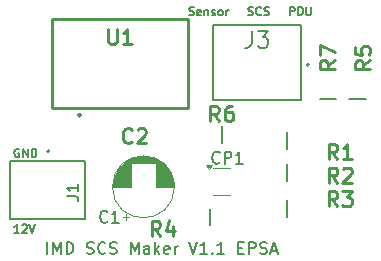
<source format=gbr>
%TF.GenerationSoftware,KiCad,Pcbnew,8.0.2*%
%TF.CreationDate,2024-09-03T17:10:45+02:00*%
%TF.ProjectId,IMD SCS Maker,494d4420-5343-4532-904d-616b65722e6b,rev?*%
%TF.SameCoordinates,Original*%
%TF.FileFunction,Legend,Top*%
%TF.FilePolarity,Positive*%
%FSLAX46Y46*%
G04 Gerber Fmt 4.6, Leading zero omitted, Abs format (unit mm)*
G04 Created by KiCad (PCBNEW 8.0.2) date 2024-09-03 17:10:45*
%MOMM*%
%LPD*%
G01*
G04 APERTURE LIST*
%ADD10C,0.175000*%
%ADD11C,0.150000*%
%ADD12C,0.254000*%
%ADD13C,0.127000*%
%ADD14C,0.200000*%
%ADD15C,0.120000*%
G04 APERTURE END LIST*
D10*
X64848464Y-52238566D02*
X64781797Y-52205233D01*
X64781797Y-52205233D02*
X64681797Y-52205233D01*
X64681797Y-52205233D02*
X64581797Y-52238566D01*
X64581797Y-52238566D02*
X64515131Y-52305233D01*
X64515131Y-52305233D02*
X64481797Y-52371900D01*
X64481797Y-52371900D02*
X64448464Y-52505233D01*
X64448464Y-52505233D02*
X64448464Y-52605233D01*
X64448464Y-52605233D02*
X64481797Y-52738566D01*
X64481797Y-52738566D02*
X64515131Y-52805233D01*
X64515131Y-52805233D02*
X64581797Y-52871900D01*
X64581797Y-52871900D02*
X64681797Y-52905233D01*
X64681797Y-52905233D02*
X64748464Y-52905233D01*
X64748464Y-52905233D02*
X64848464Y-52871900D01*
X64848464Y-52871900D02*
X64881797Y-52838566D01*
X64881797Y-52838566D02*
X64881797Y-52605233D01*
X64881797Y-52605233D02*
X64748464Y-52605233D01*
X65181797Y-52905233D02*
X65181797Y-52205233D01*
X65181797Y-52205233D02*
X65581797Y-52905233D01*
X65581797Y-52905233D02*
X65581797Y-52205233D01*
X65915130Y-52905233D02*
X65915130Y-52205233D01*
X65915130Y-52205233D02*
X66081797Y-52205233D01*
X66081797Y-52205233D02*
X66181797Y-52238566D01*
X66181797Y-52238566D02*
X66248464Y-52305233D01*
X66248464Y-52305233D02*
X66281797Y-52371900D01*
X66281797Y-52371900D02*
X66315130Y-52505233D01*
X66315130Y-52505233D02*
X66315130Y-52605233D01*
X66315130Y-52605233D02*
X66281797Y-52738566D01*
X66281797Y-52738566D02*
X66248464Y-52805233D01*
X66248464Y-52805233D02*
X66181797Y-52871900D01*
X66181797Y-52871900D02*
X66081797Y-52905233D01*
X66081797Y-52905233D02*
X65915130Y-52905233D01*
D11*
X67256251Y-61107297D02*
X67256251Y-60107297D01*
X67732441Y-61107297D02*
X67732441Y-60107297D01*
X67732441Y-60107297D02*
X68065774Y-60821582D01*
X68065774Y-60821582D02*
X68399107Y-60107297D01*
X68399107Y-60107297D02*
X68399107Y-61107297D01*
X68875298Y-61107297D02*
X68875298Y-60107297D01*
X68875298Y-60107297D02*
X69113393Y-60107297D01*
X69113393Y-60107297D02*
X69256250Y-60154916D01*
X69256250Y-60154916D02*
X69351488Y-60250154D01*
X69351488Y-60250154D02*
X69399107Y-60345392D01*
X69399107Y-60345392D02*
X69446726Y-60535868D01*
X69446726Y-60535868D02*
X69446726Y-60678725D01*
X69446726Y-60678725D02*
X69399107Y-60869201D01*
X69399107Y-60869201D02*
X69351488Y-60964439D01*
X69351488Y-60964439D02*
X69256250Y-61059678D01*
X69256250Y-61059678D02*
X69113393Y-61107297D01*
X69113393Y-61107297D02*
X68875298Y-61107297D01*
X70589584Y-61059678D02*
X70732441Y-61107297D01*
X70732441Y-61107297D02*
X70970536Y-61107297D01*
X70970536Y-61107297D02*
X71065774Y-61059678D01*
X71065774Y-61059678D02*
X71113393Y-61012058D01*
X71113393Y-61012058D02*
X71161012Y-60916820D01*
X71161012Y-60916820D02*
X71161012Y-60821582D01*
X71161012Y-60821582D02*
X71113393Y-60726344D01*
X71113393Y-60726344D02*
X71065774Y-60678725D01*
X71065774Y-60678725D02*
X70970536Y-60631106D01*
X70970536Y-60631106D02*
X70780060Y-60583487D01*
X70780060Y-60583487D02*
X70684822Y-60535868D01*
X70684822Y-60535868D02*
X70637203Y-60488249D01*
X70637203Y-60488249D02*
X70589584Y-60393011D01*
X70589584Y-60393011D02*
X70589584Y-60297773D01*
X70589584Y-60297773D02*
X70637203Y-60202535D01*
X70637203Y-60202535D02*
X70684822Y-60154916D01*
X70684822Y-60154916D02*
X70780060Y-60107297D01*
X70780060Y-60107297D02*
X71018155Y-60107297D01*
X71018155Y-60107297D02*
X71161012Y-60154916D01*
X72161012Y-61012058D02*
X72113393Y-61059678D01*
X72113393Y-61059678D02*
X71970536Y-61107297D01*
X71970536Y-61107297D02*
X71875298Y-61107297D01*
X71875298Y-61107297D02*
X71732441Y-61059678D01*
X71732441Y-61059678D02*
X71637203Y-60964439D01*
X71637203Y-60964439D02*
X71589584Y-60869201D01*
X71589584Y-60869201D02*
X71541965Y-60678725D01*
X71541965Y-60678725D02*
X71541965Y-60535868D01*
X71541965Y-60535868D02*
X71589584Y-60345392D01*
X71589584Y-60345392D02*
X71637203Y-60250154D01*
X71637203Y-60250154D02*
X71732441Y-60154916D01*
X71732441Y-60154916D02*
X71875298Y-60107297D01*
X71875298Y-60107297D02*
X71970536Y-60107297D01*
X71970536Y-60107297D02*
X72113393Y-60154916D01*
X72113393Y-60154916D02*
X72161012Y-60202535D01*
X72541965Y-61059678D02*
X72684822Y-61107297D01*
X72684822Y-61107297D02*
X72922917Y-61107297D01*
X72922917Y-61107297D02*
X73018155Y-61059678D01*
X73018155Y-61059678D02*
X73065774Y-61012058D01*
X73065774Y-61012058D02*
X73113393Y-60916820D01*
X73113393Y-60916820D02*
X73113393Y-60821582D01*
X73113393Y-60821582D02*
X73065774Y-60726344D01*
X73065774Y-60726344D02*
X73018155Y-60678725D01*
X73018155Y-60678725D02*
X72922917Y-60631106D01*
X72922917Y-60631106D02*
X72732441Y-60583487D01*
X72732441Y-60583487D02*
X72637203Y-60535868D01*
X72637203Y-60535868D02*
X72589584Y-60488249D01*
X72589584Y-60488249D02*
X72541965Y-60393011D01*
X72541965Y-60393011D02*
X72541965Y-60297773D01*
X72541965Y-60297773D02*
X72589584Y-60202535D01*
X72589584Y-60202535D02*
X72637203Y-60154916D01*
X72637203Y-60154916D02*
X72732441Y-60107297D01*
X72732441Y-60107297D02*
X72970536Y-60107297D01*
X72970536Y-60107297D02*
X73113393Y-60154916D01*
X74303870Y-61107297D02*
X74303870Y-60107297D01*
X74303870Y-60107297D02*
X74637203Y-60821582D01*
X74637203Y-60821582D02*
X74970536Y-60107297D01*
X74970536Y-60107297D02*
X74970536Y-61107297D01*
X75875298Y-61107297D02*
X75875298Y-60583487D01*
X75875298Y-60583487D02*
X75827679Y-60488249D01*
X75827679Y-60488249D02*
X75732441Y-60440630D01*
X75732441Y-60440630D02*
X75541965Y-60440630D01*
X75541965Y-60440630D02*
X75446727Y-60488249D01*
X75875298Y-61059678D02*
X75780060Y-61107297D01*
X75780060Y-61107297D02*
X75541965Y-61107297D01*
X75541965Y-61107297D02*
X75446727Y-61059678D01*
X75446727Y-61059678D02*
X75399108Y-60964439D01*
X75399108Y-60964439D02*
X75399108Y-60869201D01*
X75399108Y-60869201D02*
X75446727Y-60773963D01*
X75446727Y-60773963D02*
X75541965Y-60726344D01*
X75541965Y-60726344D02*
X75780060Y-60726344D01*
X75780060Y-60726344D02*
X75875298Y-60678725D01*
X76351489Y-61107297D02*
X76351489Y-60107297D01*
X76446727Y-60726344D02*
X76732441Y-61107297D01*
X76732441Y-60440630D02*
X76351489Y-60821582D01*
X77541965Y-61059678D02*
X77446727Y-61107297D01*
X77446727Y-61107297D02*
X77256251Y-61107297D01*
X77256251Y-61107297D02*
X77161013Y-61059678D01*
X77161013Y-61059678D02*
X77113394Y-60964439D01*
X77113394Y-60964439D02*
X77113394Y-60583487D01*
X77113394Y-60583487D02*
X77161013Y-60488249D01*
X77161013Y-60488249D02*
X77256251Y-60440630D01*
X77256251Y-60440630D02*
X77446727Y-60440630D01*
X77446727Y-60440630D02*
X77541965Y-60488249D01*
X77541965Y-60488249D02*
X77589584Y-60583487D01*
X77589584Y-60583487D02*
X77589584Y-60678725D01*
X77589584Y-60678725D02*
X77113394Y-60773963D01*
X78018156Y-61107297D02*
X78018156Y-60440630D01*
X78018156Y-60631106D02*
X78065775Y-60535868D01*
X78065775Y-60535868D02*
X78113394Y-60488249D01*
X78113394Y-60488249D02*
X78208632Y-60440630D01*
X78208632Y-60440630D02*
X78303870Y-60440630D01*
X79256252Y-60107297D02*
X79589585Y-61107297D01*
X79589585Y-61107297D02*
X79922918Y-60107297D01*
X80780061Y-61107297D02*
X80208633Y-61107297D01*
X80494347Y-61107297D02*
X80494347Y-60107297D01*
X80494347Y-60107297D02*
X80399109Y-60250154D01*
X80399109Y-60250154D02*
X80303871Y-60345392D01*
X80303871Y-60345392D02*
X80208633Y-60393011D01*
X81208633Y-61012058D02*
X81256252Y-61059678D01*
X81256252Y-61059678D02*
X81208633Y-61107297D01*
X81208633Y-61107297D02*
X81161014Y-61059678D01*
X81161014Y-61059678D02*
X81208633Y-61012058D01*
X81208633Y-61012058D02*
X81208633Y-61107297D01*
X82208632Y-61107297D02*
X81637204Y-61107297D01*
X81922918Y-61107297D02*
X81922918Y-60107297D01*
X81922918Y-60107297D02*
X81827680Y-60250154D01*
X81827680Y-60250154D02*
X81732442Y-60345392D01*
X81732442Y-60345392D02*
X81637204Y-60393011D01*
X83399109Y-60583487D02*
X83732442Y-60583487D01*
X83875299Y-61107297D02*
X83399109Y-61107297D01*
X83399109Y-61107297D02*
X83399109Y-60107297D01*
X83399109Y-60107297D02*
X83875299Y-60107297D01*
X84303871Y-61107297D02*
X84303871Y-60107297D01*
X84303871Y-60107297D02*
X84684823Y-60107297D01*
X84684823Y-60107297D02*
X84780061Y-60154916D01*
X84780061Y-60154916D02*
X84827680Y-60202535D01*
X84827680Y-60202535D02*
X84875299Y-60297773D01*
X84875299Y-60297773D02*
X84875299Y-60440630D01*
X84875299Y-60440630D02*
X84827680Y-60535868D01*
X84827680Y-60535868D02*
X84780061Y-60583487D01*
X84780061Y-60583487D02*
X84684823Y-60631106D01*
X84684823Y-60631106D02*
X84303871Y-60631106D01*
X85256252Y-61059678D02*
X85399109Y-61107297D01*
X85399109Y-61107297D02*
X85637204Y-61107297D01*
X85637204Y-61107297D02*
X85732442Y-61059678D01*
X85732442Y-61059678D02*
X85780061Y-61012058D01*
X85780061Y-61012058D02*
X85827680Y-60916820D01*
X85827680Y-60916820D02*
X85827680Y-60821582D01*
X85827680Y-60821582D02*
X85780061Y-60726344D01*
X85780061Y-60726344D02*
X85732442Y-60678725D01*
X85732442Y-60678725D02*
X85637204Y-60631106D01*
X85637204Y-60631106D02*
X85446728Y-60583487D01*
X85446728Y-60583487D02*
X85351490Y-60535868D01*
X85351490Y-60535868D02*
X85303871Y-60488249D01*
X85303871Y-60488249D02*
X85256252Y-60393011D01*
X85256252Y-60393011D02*
X85256252Y-60297773D01*
X85256252Y-60297773D02*
X85303871Y-60202535D01*
X85303871Y-60202535D02*
X85351490Y-60154916D01*
X85351490Y-60154916D02*
X85446728Y-60107297D01*
X85446728Y-60107297D02*
X85684823Y-60107297D01*
X85684823Y-60107297D02*
X85827680Y-60154916D01*
X86208633Y-60821582D02*
X86684823Y-60821582D01*
X86113395Y-61107297D02*
X86446728Y-60107297D01*
X86446728Y-60107297D02*
X86780061Y-61107297D01*
D10*
X87781797Y-40905233D02*
X87781797Y-40205233D01*
X87781797Y-40205233D02*
X88048464Y-40205233D01*
X88048464Y-40205233D02*
X88115131Y-40238566D01*
X88115131Y-40238566D02*
X88148464Y-40271900D01*
X88148464Y-40271900D02*
X88181797Y-40338566D01*
X88181797Y-40338566D02*
X88181797Y-40438566D01*
X88181797Y-40438566D02*
X88148464Y-40505233D01*
X88148464Y-40505233D02*
X88115131Y-40538566D01*
X88115131Y-40538566D02*
X88048464Y-40571900D01*
X88048464Y-40571900D02*
X87781797Y-40571900D01*
X88481797Y-40905233D02*
X88481797Y-40205233D01*
X88481797Y-40205233D02*
X88648464Y-40205233D01*
X88648464Y-40205233D02*
X88748464Y-40238566D01*
X88748464Y-40238566D02*
X88815131Y-40305233D01*
X88815131Y-40305233D02*
X88848464Y-40371900D01*
X88848464Y-40371900D02*
X88881797Y-40505233D01*
X88881797Y-40505233D02*
X88881797Y-40605233D01*
X88881797Y-40605233D02*
X88848464Y-40738566D01*
X88848464Y-40738566D02*
X88815131Y-40805233D01*
X88815131Y-40805233D02*
X88748464Y-40871900D01*
X88748464Y-40871900D02*
X88648464Y-40905233D01*
X88648464Y-40905233D02*
X88481797Y-40905233D01*
X89181797Y-40205233D02*
X89181797Y-40771900D01*
X89181797Y-40771900D02*
X89215131Y-40838566D01*
X89215131Y-40838566D02*
X89248464Y-40871900D01*
X89248464Y-40871900D02*
X89315131Y-40905233D01*
X89315131Y-40905233D02*
X89448464Y-40905233D01*
X89448464Y-40905233D02*
X89515131Y-40871900D01*
X89515131Y-40871900D02*
X89548464Y-40838566D01*
X89548464Y-40838566D02*
X89581797Y-40771900D01*
X89581797Y-40771900D02*
X89581797Y-40205233D01*
X79248464Y-40871900D02*
X79348464Y-40905233D01*
X79348464Y-40905233D02*
X79515131Y-40905233D01*
X79515131Y-40905233D02*
X79581797Y-40871900D01*
X79581797Y-40871900D02*
X79615131Y-40838566D01*
X79615131Y-40838566D02*
X79648464Y-40771900D01*
X79648464Y-40771900D02*
X79648464Y-40705233D01*
X79648464Y-40705233D02*
X79615131Y-40638566D01*
X79615131Y-40638566D02*
X79581797Y-40605233D01*
X79581797Y-40605233D02*
X79515131Y-40571900D01*
X79515131Y-40571900D02*
X79381797Y-40538566D01*
X79381797Y-40538566D02*
X79315131Y-40505233D01*
X79315131Y-40505233D02*
X79281797Y-40471900D01*
X79281797Y-40471900D02*
X79248464Y-40405233D01*
X79248464Y-40405233D02*
X79248464Y-40338566D01*
X79248464Y-40338566D02*
X79281797Y-40271900D01*
X79281797Y-40271900D02*
X79315131Y-40238566D01*
X79315131Y-40238566D02*
X79381797Y-40205233D01*
X79381797Y-40205233D02*
X79548464Y-40205233D01*
X79548464Y-40205233D02*
X79648464Y-40238566D01*
X80215131Y-40871900D02*
X80148464Y-40905233D01*
X80148464Y-40905233D02*
X80015131Y-40905233D01*
X80015131Y-40905233D02*
X79948464Y-40871900D01*
X79948464Y-40871900D02*
X79915131Y-40805233D01*
X79915131Y-40805233D02*
X79915131Y-40538566D01*
X79915131Y-40538566D02*
X79948464Y-40471900D01*
X79948464Y-40471900D02*
X80015131Y-40438566D01*
X80015131Y-40438566D02*
X80148464Y-40438566D01*
X80148464Y-40438566D02*
X80215131Y-40471900D01*
X80215131Y-40471900D02*
X80248464Y-40538566D01*
X80248464Y-40538566D02*
X80248464Y-40605233D01*
X80248464Y-40605233D02*
X79915131Y-40671900D01*
X80548464Y-40438566D02*
X80548464Y-40905233D01*
X80548464Y-40505233D02*
X80581798Y-40471900D01*
X80581798Y-40471900D02*
X80648464Y-40438566D01*
X80648464Y-40438566D02*
X80748464Y-40438566D01*
X80748464Y-40438566D02*
X80815131Y-40471900D01*
X80815131Y-40471900D02*
X80848464Y-40538566D01*
X80848464Y-40538566D02*
X80848464Y-40905233D01*
X81148464Y-40871900D02*
X81215131Y-40905233D01*
X81215131Y-40905233D02*
X81348464Y-40905233D01*
X81348464Y-40905233D02*
X81415131Y-40871900D01*
X81415131Y-40871900D02*
X81448464Y-40805233D01*
X81448464Y-40805233D02*
X81448464Y-40771900D01*
X81448464Y-40771900D02*
X81415131Y-40705233D01*
X81415131Y-40705233D02*
X81348464Y-40671900D01*
X81348464Y-40671900D02*
X81248464Y-40671900D01*
X81248464Y-40671900D02*
X81181797Y-40638566D01*
X81181797Y-40638566D02*
X81148464Y-40571900D01*
X81148464Y-40571900D02*
X81148464Y-40538566D01*
X81148464Y-40538566D02*
X81181797Y-40471900D01*
X81181797Y-40471900D02*
X81248464Y-40438566D01*
X81248464Y-40438566D02*
X81348464Y-40438566D01*
X81348464Y-40438566D02*
X81415131Y-40471900D01*
X81848464Y-40905233D02*
X81781798Y-40871900D01*
X81781798Y-40871900D02*
X81748464Y-40838566D01*
X81748464Y-40838566D02*
X81715131Y-40771900D01*
X81715131Y-40771900D02*
X81715131Y-40571900D01*
X81715131Y-40571900D02*
X81748464Y-40505233D01*
X81748464Y-40505233D02*
X81781798Y-40471900D01*
X81781798Y-40471900D02*
X81848464Y-40438566D01*
X81848464Y-40438566D02*
X81948464Y-40438566D01*
X81948464Y-40438566D02*
X82015131Y-40471900D01*
X82015131Y-40471900D02*
X82048464Y-40505233D01*
X82048464Y-40505233D02*
X82081798Y-40571900D01*
X82081798Y-40571900D02*
X82081798Y-40771900D01*
X82081798Y-40771900D02*
X82048464Y-40838566D01*
X82048464Y-40838566D02*
X82015131Y-40871900D01*
X82015131Y-40871900D02*
X81948464Y-40905233D01*
X81948464Y-40905233D02*
X81848464Y-40905233D01*
X82381797Y-40905233D02*
X82381797Y-40438566D01*
X82381797Y-40571900D02*
X82415131Y-40505233D01*
X82415131Y-40505233D02*
X82448464Y-40471900D01*
X82448464Y-40471900D02*
X82515131Y-40438566D01*
X82515131Y-40438566D02*
X82581797Y-40438566D01*
X84248464Y-40871900D02*
X84348464Y-40905233D01*
X84348464Y-40905233D02*
X84515131Y-40905233D01*
X84515131Y-40905233D02*
X84581797Y-40871900D01*
X84581797Y-40871900D02*
X84615131Y-40838566D01*
X84615131Y-40838566D02*
X84648464Y-40771900D01*
X84648464Y-40771900D02*
X84648464Y-40705233D01*
X84648464Y-40705233D02*
X84615131Y-40638566D01*
X84615131Y-40638566D02*
X84581797Y-40605233D01*
X84581797Y-40605233D02*
X84515131Y-40571900D01*
X84515131Y-40571900D02*
X84381797Y-40538566D01*
X84381797Y-40538566D02*
X84315131Y-40505233D01*
X84315131Y-40505233D02*
X84281797Y-40471900D01*
X84281797Y-40471900D02*
X84248464Y-40405233D01*
X84248464Y-40405233D02*
X84248464Y-40338566D01*
X84248464Y-40338566D02*
X84281797Y-40271900D01*
X84281797Y-40271900D02*
X84315131Y-40238566D01*
X84315131Y-40238566D02*
X84381797Y-40205233D01*
X84381797Y-40205233D02*
X84548464Y-40205233D01*
X84548464Y-40205233D02*
X84648464Y-40238566D01*
X85348464Y-40838566D02*
X85315131Y-40871900D01*
X85315131Y-40871900D02*
X85215131Y-40905233D01*
X85215131Y-40905233D02*
X85148464Y-40905233D01*
X85148464Y-40905233D02*
X85048464Y-40871900D01*
X85048464Y-40871900D02*
X84981798Y-40805233D01*
X84981798Y-40805233D02*
X84948464Y-40738566D01*
X84948464Y-40738566D02*
X84915131Y-40605233D01*
X84915131Y-40605233D02*
X84915131Y-40505233D01*
X84915131Y-40505233D02*
X84948464Y-40371900D01*
X84948464Y-40371900D02*
X84981798Y-40305233D01*
X84981798Y-40305233D02*
X85048464Y-40238566D01*
X85048464Y-40238566D02*
X85148464Y-40205233D01*
X85148464Y-40205233D02*
X85215131Y-40205233D01*
X85215131Y-40205233D02*
X85315131Y-40238566D01*
X85315131Y-40238566D02*
X85348464Y-40271900D01*
X85615131Y-40871900D02*
X85715131Y-40905233D01*
X85715131Y-40905233D02*
X85881798Y-40905233D01*
X85881798Y-40905233D02*
X85948464Y-40871900D01*
X85948464Y-40871900D02*
X85981798Y-40838566D01*
X85981798Y-40838566D02*
X86015131Y-40771900D01*
X86015131Y-40771900D02*
X86015131Y-40705233D01*
X86015131Y-40705233D02*
X85981798Y-40638566D01*
X85981798Y-40638566D02*
X85948464Y-40605233D01*
X85948464Y-40605233D02*
X85881798Y-40571900D01*
X85881798Y-40571900D02*
X85748464Y-40538566D01*
X85748464Y-40538566D02*
X85681798Y-40505233D01*
X85681798Y-40505233D02*
X85648464Y-40471900D01*
X85648464Y-40471900D02*
X85615131Y-40405233D01*
X85615131Y-40405233D02*
X85615131Y-40338566D01*
X85615131Y-40338566D02*
X85648464Y-40271900D01*
X85648464Y-40271900D02*
X85681798Y-40238566D01*
X85681798Y-40238566D02*
X85748464Y-40205233D01*
X85748464Y-40205233D02*
X85915131Y-40205233D01*
X85915131Y-40205233D02*
X86015131Y-40238566D01*
X64848464Y-59305233D02*
X64448464Y-59305233D01*
X64648464Y-59305233D02*
X64648464Y-58605233D01*
X64648464Y-58605233D02*
X64581797Y-58705233D01*
X64581797Y-58705233D02*
X64515131Y-58771900D01*
X64515131Y-58771900D02*
X64448464Y-58805233D01*
X65115131Y-58671900D02*
X65148464Y-58638566D01*
X65148464Y-58638566D02*
X65215131Y-58605233D01*
X65215131Y-58605233D02*
X65381798Y-58605233D01*
X65381798Y-58605233D02*
X65448464Y-58638566D01*
X65448464Y-58638566D02*
X65481798Y-58671900D01*
X65481798Y-58671900D02*
X65515131Y-58738566D01*
X65515131Y-58738566D02*
X65515131Y-58805233D01*
X65515131Y-58805233D02*
X65481798Y-58905233D01*
X65481798Y-58905233D02*
X65081798Y-59305233D01*
X65081798Y-59305233D02*
X65515131Y-59305233D01*
X65715131Y-58605233D02*
X65948465Y-59305233D01*
X65948465Y-59305233D02*
X66181798Y-58605233D01*
D12*
X72376880Y-42076318D02*
X72376880Y-43104413D01*
X72376880Y-43104413D02*
X72437357Y-43225365D01*
X72437357Y-43225365D02*
X72497833Y-43285842D01*
X72497833Y-43285842D02*
X72618785Y-43346318D01*
X72618785Y-43346318D02*
X72860690Y-43346318D01*
X72860690Y-43346318D02*
X72981642Y-43285842D01*
X72981642Y-43285842D02*
X73042119Y-43225365D01*
X73042119Y-43225365D02*
X73102595Y-43104413D01*
X73102595Y-43104413D02*
X73102595Y-42076318D01*
X74372595Y-43346318D02*
X73646880Y-43346318D01*
X74009737Y-43346318D02*
X74009737Y-42076318D01*
X74009737Y-42076318D02*
X73888785Y-42257746D01*
X73888785Y-42257746D02*
X73767833Y-42378699D01*
X73767833Y-42378699D02*
X73646880Y-42439175D01*
D11*
X84533333Y-42239866D02*
X84533333Y-43239866D01*
X84533333Y-43239866D02*
X84466666Y-43439866D01*
X84466666Y-43439866D02*
X84333333Y-43573200D01*
X84333333Y-43573200D02*
X84133333Y-43639866D01*
X84133333Y-43639866D02*
X84000000Y-43639866D01*
X85066667Y-42239866D02*
X85933333Y-42239866D01*
X85933333Y-42239866D02*
X85466667Y-42773200D01*
X85466667Y-42773200D02*
X85666667Y-42773200D01*
X85666667Y-42773200D02*
X85800000Y-42839866D01*
X85800000Y-42839866D02*
X85866667Y-42906533D01*
X85866667Y-42906533D02*
X85933333Y-43039866D01*
X85933333Y-43039866D02*
X85933333Y-43373200D01*
X85933333Y-43373200D02*
X85866667Y-43506533D01*
X85866667Y-43506533D02*
X85800000Y-43573200D01*
X85800000Y-43573200D02*
X85666667Y-43639866D01*
X85666667Y-43639866D02*
X85266667Y-43639866D01*
X85266667Y-43639866D02*
X85133333Y-43573200D01*
X85133333Y-43573200D02*
X85066667Y-43506533D01*
D12*
X94574318Y-44711666D02*
X93969556Y-45135000D01*
X94574318Y-45437381D02*
X93304318Y-45437381D01*
X93304318Y-45437381D02*
X93304318Y-44953571D01*
X93304318Y-44953571D02*
X93364794Y-44832619D01*
X93364794Y-44832619D02*
X93425270Y-44772142D01*
X93425270Y-44772142D02*
X93546222Y-44711666D01*
X93546222Y-44711666D02*
X93727651Y-44711666D01*
X93727651Y-44711666D02*
X93848603Y-44772142D01*
X93848603Y-44772142D02*
X93909080Y-44832619D01*
X93909080Y-44832619D02*
X93969556Y-44953571D01*
X93969556Y-44953571D02*
X93969556Y-45437381D01*
X93304318Y-43562619D02*
X93304318Y-44167381D01*
X93304318Y-44167381D02*
X93909080Y-44227857D01*
X93909080Y-44227857D02*
X93848603Y-44167381D01*
X93848603Y-44167381D02*
X93788127Y-44046428D01*
X93788127Y-44046428D02*
X93788127Y-43744047D01*
X93788127Y-43744047D02*
X93848603Y-43623095D01*
X93848603Y-43623095D02*
X93909080Y-43562619D01*
X93909080Y-43562619D02*
X94030032Y-43502142D01*
X94030032Y-43502142D02*
X94332413Y-43502142D01*
X94332413Y-43502142D02*
X94453365Y-43562619D01*
X94453365Y-43562619D02*
X94513842Y-43623095D01*
X94513842Y-43623095D02*
X94574318Y-43744047D01*
X94574318Y-43744047D02*
X94574318Y-44046428D01*
X94574318Y-44046428D02*
X94513842Y-44167381D01*
X94513842Y-44167381D02*
X94453365Y-44227857D01*
D11*
X68871319Y-56221333D02*
X69585604Y-56221333D01*
X69585604Y-56221333D02*
X69728461Y-56268952D01*
X69728461Y-56268952D02*
X69823700Y-56364190D01*
X69823700Y-56364190D02*
X69871319Y-56507047D01*
X69871319Y-56507047D02*
X69871319Y-56602285D01*
X69871319Y-55221333D02*
X69871319Y-55792761D01*
X69871319Y-55507047D02*
X68871319Y-55507047D01*
X68871319Y-55507047D02*
X69014176Y-55602285D01*
X69014176Y-55602285D02*
X69109414Y-55697523D01*
X69109414Y-55697523D02*
X69157033Y-55792761D01*
D12*
X91788333Y-57074318D02*
X91364999Y-56469556D01*
X91062618Y-57074318D02*
X91062618Y-55804318D01*
X91062618Y-55804318D02*
X91546428Y-55804318D01*
X91546428Y-55804318D02*
X91667380Y-55864794D01*
X91667380Y-55864794D02*
X91727857Y-55925270D01*
X91727857Y-55925270D02*
X91788333Y-56046222D01*
X91788333Y-56046222D02*
X91788333Y-56227651D01*
X91788333Y-56227651D02*
X91727857Y-56348603D01*
X91727857Y-56348603D02*
X91667380Y-56409080D01*
X91667380Y-56409080D02*
X91546428Y-56469556D01*
X91546428Y-56469556D02*
X91062618Y-56469556D01*
X92211666Y-55804318D02*
X92997857Y-55804318D01*
X92997857Y-55804318D02*
X92574523Y-56288127D01*
X92574523Y-56288127D02*
X92755952Y-56288127D01*
X92755952Y-56288127D02*
X92876904Y-56348603D01*
X92876904Y-56348603D02*
X92937380Y-56409080D01*
X92937380Y-56409080D02*
X92997857Y-56530032D01*
X92997857Y-56530032D02*
X92997857Y-56832413D01*
X92997857Y-56832413D02*
X92937380Y-56953365D01*
X92937380Y-56953365D02*
X92876904Y-57013842D01*
X92876904Y-57013842D02*
X92755952Y-57074318D01*
X92755952Y-57074318D02*
X92393095Y-57074318D01*
X92393095Y-57074318D02*
X92272142Y-57013842D01*
X92272142Y-57013842D02*
X92211666Y-56953365D01*
X76788333Y-59574318D02*
X76364999Y-58969556D01*
X76062618Y-59574318D02*
X76062618Y-58304318D01*
X76062618Y-58304318D02*
X76546428Y-58304318D01*
X76546428Y-58304318D02*
X76667380Y-58364794D01*
X76667380Y-58364794D02*
X76727857Y-58425270D01*
X76727857Y-58425270D02*
X76788333Y-58546222D01*
X76788333Y-58546222D02*
X76788333Y-58727651D01*
X76788333Y-58727651D02*
X76727857Y-58848603D01*
X76727857Y-58848603D02*
X76667380Y-58909080D01*
X76667380Y-58909080D02*
X76546428Y-58969556D01*
X76546428Y-58969556D02*
X76062618Y-58969556D01*
X77876904Y-58727651D02*
X77876904Y-59574318D01*
X77574523Y-58243842D02*
X77272142Y-59150984D01*
X77272142Y-59150984D02*
X78058333Y-59150984D01*
X91788333Y-53074318D02*
X91364999Y-52469556D01*
X91062618Y-53074318D02*
X91062618Y-51804318D01*
X91062618Y-51804318D02*
X91546428Y-51804318D01*
X91546428Y-51804318D02*
X91667380Y-51864794D01*
X91667380Y-51864794D02*
X91727857Y-51925270D01*
X91727857Y-51925270D02*
X91788333Y-52046222D01*
X91788333Y-52046222D02*
X91788333Y-52227651D01*
X91788333Y-52227651D02*
X91727857Y-52348603D01*
X91727857Y-52348603D02*
X91667380Y-52409080D01*
X91667380Y-52409080D02*
X91546428Y-52469556D01*
X91546428Y-52469556D02*
X91062618Y-52469556D01*
X92997857Y-53074318D02*
X92272142Y-53074318D01*
X92634999Y-53074318D02*
X92634999Y-51804318D01*
X92634999Y-51804318D02*
X92514047Y-51985746D01*
X92514047Y-51985746D02*
X92393095Y-52106699D01*
X92393095Y-52106699D02*
X92272142Y-52167175D01*
D11*
X81833333Y-53359580D02*
X81785714Y-53407200D01*
X81785714Y-53407200D02*
X81642857Y-53454819D01*
X81642857Y-53454819D02*
X81547619Y-53454819D01*
X81547619Y-53454819D02*
X81404762Y-53407200D01*
X81404762Y-53407200D02*
X81309524Y-53311961D01*
X81309524Y-53311961D02*
X81261905Y-53216723D01*
X81261905Y-53216723D02*
X81214286Y-53026247D01*
X81214286Y-53026247D02*
X81214286Y-52883390D01*
X81214286Y-52883390D02*
X81261905Y-52692914D01*
X81261905Y-52692914D02*
X81309524Y-52597676D01*
X81309524Y-52597676D02*
X81404762Y-52502438D01*
X81404762Y-52502438D02*
X81547619Y-52454819D01*
X81547619Y-52454819D02*
X81642857Y-52454819D01*
X81642857Y-52454819D02*
X81785714Y-52502438D01*
X81785714Y-52502438D02*
X81833333Y-52550057D01*
X82261905Y-53454819D02*
X82261905Y-52454819D01*
X82261905Y-52454819D02*
X82642857Y-52454819D01*
X82642857Y-52454819D02*
X82738095Y-52502438D01*
X82738095Y-52502438D02*
X82785714Y-52550057D01*
X82785714Y-52550057D02*
X82833333Y-52645295D01*
X82833333Y-52645295D02*
X82833333Y-52788152D01*
X82833333Y-52788152D02*
X82785714Y-52883390D01*
X82785714Y-52883390D02*
X82738095Y-52931009D01*
X82738095Y-52931009D02*
X82642857Y-52978628D01*
X82642857Y-52978628D02*
X82261905Y-52978628D01*
X83785714Y-53454819D02*
X83214286Y-53454819D01*
X83500000Y-53454819D02*
X83500000Y-52454819D01*
X83500000Y-52454819D02*
X83404762Y-52597676D01*
X83404762Y-52597676D02*
X83309524Y-52692914D01*
X83309524Y-52692914D02*
X83214286Y-52740533D01*
D12*
X74402833Y-51607365D02*
X74342357Y-51667842D01*
X74342357Y-51667842D02*
X74160928Y-51728318D01*
X74160928Y-51728318D02*
X74039976Y-51728318D01*
X74039976Y-51728318D02*
X73858547Y-51667842D01*
X73858547Y-51667842D02*
X73737595Y-51546889D01*
X73737595Y-51546889D02*
X73677118Y-51425937D01*
X73677118Y-51425937D02*
X73616642Y-51184032D01*
X73616642Y-51184032D02*
X73616642Y-51002603D01*
X73616642Y-51002603D02*
X73677118Y-50760699D01*
X73677118Y-50760699D02*
X73737595Y-50639746D01*
X73737595Y-50639746D02*
X73858547Y-50518794D01*
X73858547Y-50518794D02*
X74039976Y-50458318D01*
X74039976Y-50458318D02*
X74160928Y-50458318D01*
X74160928Y-50458318D02*
X74342357Y-50518794D01*
X74342357Y-50518794D02*
X74402833Y-50579270D01*
X74886642Y-50579270D02*
X74947118Y-50518794D01*
X74947118Y-50518794D02*
X75068071Y-50458318D01*
X75068071Y-50458318D02*
X75370452Y-50458318D01*
X75370452Y-50458318D02*
X75491404Y-50518794D01*
X75491404Y-50518794D02*
X75551880Y-50579270D01*
X75551880Y-50579270D02*
X75612357Y-50700222D01*
X75612357Y-50700222D02*
X75612357Y-50821175D01*
X75612357Y-50821175D02*
X75551880Y-51002603D01*
X75551880Y-51002603D02*
X74826166Y-51728318D01*
X74826166Y-51728318D02*
X75612357Y-51728318D01*
X91574318Y-44711666D02*
X90969556Y-45135000D01*
X91574318Y-45437381D02*
X90304318Y-45437381D01*
X90304318Y-45437381D02*
X90304318Y-44953571D01*
X90304318Y-44953571D02*
X90364794Y-44832619D01*
X90364794Y-44832619D02*
X90425270Y-44772142D01*
X90425270Y-44772142D02*
X90546222Y-44711666D01*
X90546222Y-44711666D02*
X90727651Y-44711666D01*
X90727651Y-44711666D02*
X90848603Y-44772142D01*
X90848603Y-44772142D02*
X90909080Y-44832619D01*
X90909080Y-44832619D02*
X90969556Y-44953571D01*
X90969556Y-44953571D02*
X90969556Y-45437381D01*
X90304318Y-44288333D02*
X90304318Y-43441666D01*
X90304318Y-43441666D02*
X91574318Y-43985952D01*
D11*
X72333333Y-58359580D02*
X72285714Y-58407200D01*
X72285714Y-58407200D02*
X72142857Y-58454819D01*
X72142857Y-58454819D02*
X72047619Y-58454819D01*
X72047619Y-58454819D02*
X71904762Y-58407200D01*
X71904762Y-58407200D02*
X71809524Y-58311961D01*
X71809524Y-58311961D02*
X71761905Y-58216723D01*
X71761905Y-58216723D02*
X71714286Y-58026247D01*
X71714286Y-58026247D02*
X71714286Y-57883390D01*
X71714286Y-57883390D02*
X71761905Y-57692914D01*
X71761905Y-57692914D02*
X71809524Y-57597676D01*
X71809524Y-57597676D02*
X71904762Y-57502438D01*
X71904762Y-57502438D02*
X72047619Y-57454819D01*
X72047619Y-57454819D02*
X72142857Y-57454819D01*
X72142857Y-57454819D02*
X72285714Y-57502438D01*
X72285714Y-57502438D02*
X72333333Y-57550057D01*
X73285714Y-58454819D02*
X72714286Y-58454819D01*
X73000000Y-58454819D02*
X73000000Y-57454819D01*
X73000000Y-57454819D02*
X72904762Y-57597676D01*
X72904762Y-57597676D02*
X72809524Y-57692914D01*
X72809524Y-57692914D02*
X72714286Y-57740533D01*
D12*
X81775144Y-49862243D02*
X81351810Y-49257481D01*
X81049429Y-49862243D02*
X81049429Y-48592243D01*
X81049429Y-48592243D02*
X81533239Y-48592243D01*
X81533239Y-48592243D02*
X81654191Y-48652719D01*
X81654191Y-48652719D02*
X81714668Y-48713195D01*
X81714668Y-48713195D02*
X81775144Y-48834147D01*
X81775144Y-48834147D02*
X81775144Y-49015576D01*
X81775144Y-49015576D02*
X81714668Y-49136528D01*
X81714668Y-49136528D02*
X81654191Y-49197005D01*
X81654191Y-49197005D02*
X81533239Y-49257481D01*
X81533239Y-49257481D02*
X81049429Y-49257481D01*
X82863715Y-48592243D02*
X82621810Y-48592243D01*
X82621810Y-48592243D02*
X82500858Y-48652719D01*
X82500858Y-48652719D02*
X82440382Y-48713195D01*
X82440382Y-48713195D02*
X82319429Y-48894624D01*
X82319429Y-48894624D02*
X82258953Y-49136528D01*
X82258953Y-49136528D02*
X82258953Y-49620338D01*
X82258953Y-49620338D02*
X82319429Y-49741290D01*
X82319429Y-49741290D02*
X82379906Y-49801767D01*
X82379906Y-49801767D02*
X82500858Y-49862243D01*
X82500858Y-49862243D02*
X82742763Y-49862243D01*
X82742763Y-49862243D02*
X82863715Y-49801767D01*
X82863715Y-49801767D02*
X82924191Y-49741290D01*
X82924191Y-49741290D02*
X82984668Y-49620338D01*
X82984668Y-49620338D02*
X82984668Y-49317957D01*
X82984668Y-49317957D02*
X82924191Y-49197005D01*
X82924191Y-49197005D02*
X82863715Y-49136528D01*
X82863715Y-49136528D02*
X82742763Y-49076052D01*
X82742763Y-49076052D02*
X82500858Y-49076052D01*
X82500858Y-49076052D02*
X82379906Y-49136528D01*
X82379906Y-49136528D02*
X82319429Y-49197005D01*
X82319429Y-49197005D02*
X82258953Y-49317957D01*
X91788333Y-55074318D02*
X91364999Y-54469556D01*
X91062618Y-55074318D02*
X91062618Y-53804318D01*
X91062618Y-53804318D02*
X91546428Y-53804318D01*
X91546428Y-53804318D02*
X91667380Y-53864794D01*
X91667380Y-53864794D02*
X91727857Y-53925270D01*
X91727857Y-53925270D02*
X91788333Y-54046222D01*
X91788333Y-54046222D02*
X91788333Y-54227651D01*
X91788333Y-54227651D02*
X91727857Y-54348603D01*
X91727857Y-54348603D02*
X91667380Y-54409080D01*
X91667380Y-54409080D02*
X91546428Y-54469556D01*
X91546428Y-54469556D02*
X91062618Y-54469556D01*
X92272142Y-53925270D02*
X92332618Y-53864794D01*
X92332618Y-53864794D02*
X92453571Y-53804318D01*
X92453571Y-53804318D02*
X92755952Y-53804318D01*
X92755952Y-53804318D02*
X92876904Y-53864794D01*
X92876904Y-53864794D02*
X92937380Y-53925270D01*
X92937380Y-53925270D02*
X92997857Y-54046222D01*
X92997857Y-54046222D02*
X92997857Y-54167175D01*
X92997857Y-54167175D02*
X92937380Y-54348603D01*
X92937380Y-54348603D02*
X92211666Y-55074318D01*
X92211666Y-55074318D02*
X92997857Y-55074318D01*
%TO.C,U1*%
X67656000Y-41186000D02*
X67656000Y-48736000D01*
X67656000Y-48736000D02*
X79156000Y-48736000D01*
X79156000Y-41186000D02*
X67656000Y-41186000D01*
X79156000Y-48736000D02*
X79156000Y-41186000D01*
X70051000Y-49349000D02*
G75*
G02*
X69873000Y-49349000I-89000J0D01*
G01*
X69873000Y-49349000D02*
G75*
G02*
X70051000Y-49349000I89000J0D01*
G01*
D13*
%TO.C,J3*%
X81265000Y-41750000D02*
X81265000Y-48100000D01*
X81265000Y-48100000D02*
X88735000Y-48100000D01*
X88735000Y-41750000D02*
X81265000Y-41750000D01*
X88735000Y-48100000D02*
X88735000Y-41750000D01*
D14*
X89400000Y-45100000D02*
G75*
G02*
X89200000Y-45100000I-100000J0D01*
G01*
X89200000Y-45100000D02*
G75*
G02*
X89400000Y-45100000I100000J0D01*
G01*
%TO.C,R5*%
X92800000Y-48000000D02*
X94200000Y-48000000D01*
D13*
%TO.C,J1*%
X64066500Y-53205000D02*
X70416500Y-53205000D01*
X64066500Y-58135000D02*
X64066500Y-53205000D01*
X70416500Y-53205000D02*
X70416500Y-58135000D01*
X70416500Y-58135000D02*
X64066500Y-58135000D01*
D14*
X67416500Y-52400000D02*
G75*
G02*
X67216500Y-52400000I-100000J0D01*
G01*
X67216500Y-52400000D02*
G75*
G02*
X67416500Y-52400000I100000J0D01*
G01*
%TO.C,R3*%
X87500000Y-56550000D02*
X87500000Y-57950000D01*
%TO.C,R4*%
X81000000Y-57300000D02*
X81000000Y-58700000D01*
%TO.C,R1*%
X87500000Y-52200000D02*
X87500000Y-50800000D01*
D15*
%TO.C,CP1*%
X81290000Y-53840000D02*
X82700000Y-53840000D01*
X81300000Y-56160000D02*
X82700000Y-56160000D01*
X80920000Y-53890000D02*
X80680000Y-53560000D01*
X81160000Y-53560000D01*
X80920000Y-53890000D01*
G36*
X80920000Y-53890000D02*
G01*
X80680000Y-53560000D01*
X81160000Y-53560000D01*
X80920000Y-53890000D01*
G37*
D14*
%TO.C,R7*%
X91700000Y-48000000D02*
X90300000Y-48000000D01*
D15*
%TO.C,C1*%
X72796500Y-55387112D02*
X74336500Y-55387112D01*
X72796500Y-55427112D02*
X74336500Y-55427112D01*
X72797500Y-55347112D02*
X74336500Y-55347112D01*
X72798500Y-55307112D02*
X74336500Y-55307112D01*
X72800500Y-55267112D02*
X74336500Y-55267112D01*
X72803500Y-55227112D02*
X74336500Y-55227112D01*
X72807500Y-55187112D02*
X74336500Y-55187112D01*
X72811500Y-55147112D02*
X74336500Y-55147112D01*
X72815500Y-55107112D02*
X74336500Y-55107112D01*
X72820500Y-55067112D02*
X74336500Y-55067112D01*
X72826500Y-55027112D02*
X74336500Y-55027112D01*
X72833500Y-54987112D02*
X74336500Y-54987112D01*
X72840500Y-54947112D02*
X74336500Y-54947112D01*
X72848500Y-54907112D02*
X74336500Y-54907112D01*
X72856500Y-54867112D02*
X74336500Y-54867112D01*
X72865500Y-54827112D02*
X74336500Y-54827112D01*
X72875500Y-54787112D02*
X74336500Y-54787112D01*
X72885500Y-54747112D02*
X74336500Y-54747112D01*
X72896500Y-54706112D02*
X74336500Y-54706112D01*
X72908500Y-54666112D02*
X74336500Y-54666112D01*
X72921500Y-54626112D02*
X74336500Y-54626112D01*
X72934500Y-54586112D02*
X74336500Y-54586112D01*
X72948500Y-54546112D02*
X74336500Y-54546112D01*
X72962500Y-54506112D02*
X74336500Y-54506112D01*
X72978500Y-54466112D02*
X74336500Y-54466112D01*
X72994500Y-54426112D02*
X74336500Y-54426112D01*
X73011500Y-54386112D02*
X74336500Y-54386112D01*
X73028500Y-54346112D02*
X74336500Y-54346112D01*
X73047500Y-54306112D02*
X74336500Y-54306112D01*
X73066500Y-54266112D02*
X74336500Y-54266112D01*
X73086500Y-54226112D02*
X74336500Y-54226112D01*
X73108500Y-54186112D02*
X74336500Y-54186112D01*
X73129500Y-54146112D02*
X74336500Y-54146112D01*
X73152500Y-54106112D02*
X74336500Y-54106112D01*
X73176500Y-54066112D02*
X74336500Y-54066112D01*
X73201500Y-54026112D02*
X74336500Y-54026112D01*
X73227500Y-53986112D02*
X74336500Y-53986112D01*
X73254500Y-53946112D02*
X74336500Y-53946112D01*
X73281500Y-53906112D02*
X74336500Y-53906112D01*
X73311500Y-53866112D02*
X74336500Y-53866112D01*
X73341500Y-53826112D02*
X74336500Y-53826112D01*
X73372500Y-53786112D02*
X74336500Y-53786112D01*
X73405500Y-53746112D02*
X74336500Y-53746112D01*
X73439500Y-53706112D02*
X74336500Y-53706112D01*
X73475500Y-53666112D02*
X74336500Y-53666112D01*
X73512500Y-53626112D02*
X74336500Y-53626112D01*
X73550500Y-53586112D02*
X74336500Y-53586112D01*
X73591500Y-53546112D02*
X74336500Y-53546112D01*
X73633500Y-53506112D02*
X74336500Y-53506112D01*
X73651500Y-57981887D02*
X74151500Y-57981887D01*
X73677500Y-53466112D02*
X74336500Y-53466112D01*
X73723500Y-53426112D02*
X74336500Y-53426112D01*
X73771500Y-53386112D02*
X76981500Y-53386112D01*
X73822500Y-53346112D02*
X76930500Y-53346112D01*
X73876500Y-53306112D02*
X76876500Y-53306112D01*
X73901500Y-58231887D02*
X73901500Y-57731887D01*
X73933500Y-53266112D02*
X76819500Y-53266112D01*
X73993500Y-53226112D02*
X76759500Y-53226112D01*
X74057500Y-53186112D02*
X76695500Y-53186112D01*
X74125500Y-53146112D02*
X76627500Y-53146112D01*
X74198500Y-53106112D02*
X76554500Y-53106112D01*
X74278500Y-53066112D02*
X76474500Y-53066112D01*
X74365500Y-53026112D02*
X76387500Y-53026112D01*
X74461500Y-52986112D02*
X76291500Y-52986112D01*
X74571500Y-52946112D02*
X76181500Y-52946112D01*
X74699500Y-52906112D02*
X76053500Y-52906112D01*
X74858500Y-52866112D02*
X75894500Y-52866112D01*
X75092500Y-52826112D02*
X75660500Y-52826112D01*
X76416500Y-53426112D02*
X77029500Y-53426112D01*
X76416500Y-53466112D02*
X77075500Y-53466112D01*
X76416500Y-53506112D02*
X77119500Y-53506112D01*
X76416500Y-53546112D02*
X77161500Y-53546112D01*
X76416500Y-53586112D02*
X77202500Y-53586112D01*
X76416500Y-53626112D02*
X77240500Y-53626112D01*
X76416500Y-53666112D02*
X77277500Y-53666112D01*
X76416500Y-53706112D02*
X77313500Y-53706112D01*
X76416500Y-53746112D02*
X77347500Y-53746112D01*
X76416500Y-53786112D02*
X77380500Y-53786112D01*
X76416500Y-53826112D02*
X77411500Y-53826112D01*
X76416500Y-53866112D02*
X77441500Y-53866112D01*
X76416500Y-53906112D02*
X77471500Y-53906112D01*
X76416500Y-53946112D02*
X77498500Y-53946112D01*
X76416500Y-53986112D02*
X77525500Y-53986112D01*
X76416500Y-54026112D02*
X77551500Y-54026112D01*
X76416500Y-54066112D02*
X77576500Y-54066112D01*
X76416500Y-54106112D02*
X77600500Y-54106112D01*
X76416500Y-54146112D02*
X77623500Y-54146112D01*
X76416500Y-54186112D02*
X77644500Y-54186112D01*
X76416500Y-54226112D02*
X77666500Y-54226112D01*
X76416500Y-54266112D02*
X77686500Y-54266112D01*
X76416500Y-54306112D02*
X77705500Y-54306112D01*
X76416500Y-54346112D02*
X77724500Y-54346112D01*
X76416500Y-54386112D02*
X77741500Y-54386112D01*
X76416500Y-54426112D02*
X77758500Y-54426112D01*
X76416500Y-54466112D02*
X77774500Y-54466112D01*
X76416500Y-54506112D02*
X77790500Y-54506112D01*
X76416500Y-54546112D02*
X77804500Y-54546112D01*
X76416500Y-54586112D02*
X77818500Y-54586112D01*
X76416500Y-54626112D02*
X77831500Y-54626112D01*
X76416500Y-54666112D02*
X77844500Y-54666112D01*
X76416500Y-54706112D02*
X77856500Y-54706112D01*
X76416500Y-54747112D02*
X77867500Y-54747112D01*
X76416500Y-54787112D02*
X77877500Y-54787112D01*
X76416500Y-54827112D02*
X77887500Y-54827112D01*
X76416500Y-54867112D02*
X77896500Y-54867112D01*
X76416500Y-54907112D02*
X77904500Y-54907112D01*
X76416500Y-54947112D02*
X77912500Y-54947112D01*
X76416500Y-54987112D02*
X77919500Y-54987112D01*
X76416500Y-55027112D02*
X77926500Y-55027112D01*
X76416500Y-55067112D02*
X77932500Y-55067112D01*
X76416500Y-55107112D02*
X77937500Y-55107112D01*
X76416500Y-55147112D02*
X77941500Y-55147112D01*
X76416500Y-55187112D02*
X77945500Y-55187112D01*
X76416500Y-55227112D02*
X77949500Y-55227112D01*
X76416500Y-55267112D02*
X77952500Y-55267112D01*
X76416500Y-55307112D02*
X77954500Y-55307112D01*
X76416500Y-55347112D02*
X77955500Y-55347112D01*
X76416500Y-55387112D02*
X77956500Y-55387112D01*
X76416500Y-55427112D02*
X77956500Y-55427112D01*
X77996500Y-55427112D02*
G75*
G02*
X72756500Y-55427112I-2620000J0D01*
G01*
X72756500Y-55427112D02*
G75*
G02*
X77996500Y-55427112I2620000J0D01*
G01*
D14*
%TO.C,R6*%
X82000000Y-51700000D02*
X82000000Y-50300000D01*
%TO.C,R2*%
X87500000Y-54902000D02*
X87500000Y-53502000D01*
%TD*%
M02*

</source>
